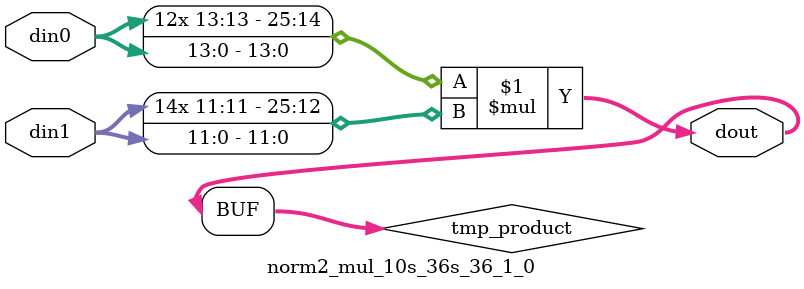
<source format=v>

`timescale 1 ns / 1 ps

 module norm2_mul_10s_36s_36_1_0(din0, din1, dout);
parameter ID = 1;
parameter NUM_STAGE = 0;
parameter din0_WIDTH = 14;
parameter din1_WIDTH = 12;
parameter dout_WIDTH = 26;

input [din0_WIDTH - 1 : 0] din0; 
input [din1_WIDTH - 1 : 0] din1; 
output [dout_WIDTH - 1 : 0] dout;

wire signed [dout_WIDTH - 1 : 0] tmp_product;



























assign tmp_product = $signed(din0) * $signed(din1);








assign dout = tmp_product;





















endmodule

</source>
